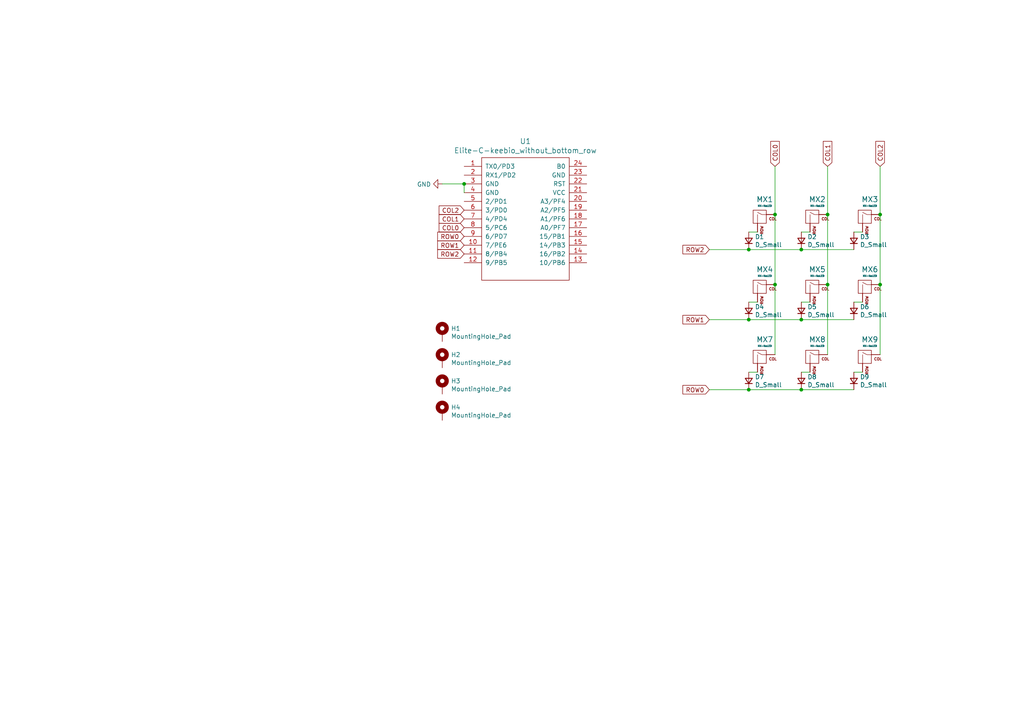
<source format=kicad_sch>
(kicad_sch (version 20210621) (generator eeschema)
  (paper "A4")
  (lib_symbols
    (symbol "Device:D_Small" (pin_numbers hide) (pin_names (offset 0.254) hide)
      (property "Reference" "D" (at -1.27 2.032 0))
      (property "Value" "Device_D_Small" (at -3.81 -2.032 0))
      (symbol "D_Small_0_1"
        (polyline (pts (xy -0.762 -1.016) (xy -0.762 1.016)) (stroke (width 0.254)))
        (polyline (pts (xy -0.762 0) (xy 0.762 0)))
        (polyline (pts (xy 0.762 -1.016) (xy -0.762 0) (xy 0.762 1.016) (xy 0.762 -1.016)) (stroke (width 0.254)))
      )
      (symbol "D_Small_1_1"
        (pin passive line (at -2.54 0 0) (length 1.778) (name "K") (number "1"))
        (pin passive line (at 2.54 0 180) (length 1.778) (name "A") (number "2"))
      )
    )
    (symbol "Mechanical:MountingHole_Pad" (pin_numbers hide) (pin_names (offset 1.016) hide)
      (property "Reference" "H" (at 0 6.35 0))
      (property "Value" "Mechanical_MountingHole_Pad" (at 0 4.445 0))
      (symbol "MountingHole_Pad_0_1"
        (circle (center 0 1.27) (radius 1.27) (stroke (width 1.27)))
      )
      (symbol "MountingHole_Pad_1_1"
        (pin input line (at 0 -2.54 90) (length 2.54) (name "1") (number "1"))
      )
    )
    (symbol "SMP-v.2-rescue:Elite-C-keebio_without_bottom_row" (pin_names (offset 1.016))
      (property "Reference" "U" (at 0 0 0))
      (property "Value" "Elite-C-keebio_without_bottom_row" (at 0 2.54 0))
      (symbol "Elite-C-keebio_without_bottom_row_0_1"
        (rectangle (start 12.7 -19.05) (end -12.7 16.51))
      )
      (symbol "Elite-C-keebio_without_bottom_row_1_1"
        (pin input line (at -17.78 13.97 0) (length 5.08) (name "TX0/PD3") (number "1"))
        (pin input line (at -17.78 -8.89 0) (length 5.08) (name "7/PE6") (number "10"))
        (pin input line (at -17.78 -11.43 0) (length 5.08) (name "8/PB4") (number "11"))
        (pin input line (at -17.78 -13.97 0) (length 5.08) (name "9/PB5") (number "12"))
        (pin input line (at 17.78 -13.97 180) (length 5.08) (name "10/PB6") (number "13"))
        (pin input line (at 17.78 -11.43 180) (length 5.08) (name "16/PB2") (number "14"))
        (pin input line (at 17.78 -8.89 180) (length 5.08) (name "14/PB3") (number "15"))
        (pin input line (at 17.78 -6.35 180) (length 5.08) (name "15/PB1") (number "16"))
        (pin input line (at 17.78 -3.81 180) (length 5.08) (name "A0/PF7") (number "17"))
        (pin input line (at 17.78 -1.27 180) (length 5.08) (name "A1/PF6") (number "18"))
        (pin input line (at 17.78 1.27 180) (length 5.08) (name "A2/PF5") (number "19"))
        (pin input line (at -17.78 11.43 0) (length 5.08) (name "RX1/PD2") (number "2"))
        (pin input line (at 17.78 3.81 180) (length 5.08) (name "A3/PF4") (number "20"))
        (pin input line (at 17.78 6.35 180) (length 5.08) (name "VCC") (number "21"))
        (pin input line (at 17.78 8.89 180) (length 5.08) (name "RST") (number "22"))
        (pin input line (at 17.78 11.43 180) (length 5.08) (name "GND") (number "23"))
        (pin input line (at 17.78 13.97 180) (length 5.08) (name "B0") (number "24"))
        (pin input line (at -17.78 8.89 0) (length 5.08) (name "GND") (number "3"))
        (pin input line (at -17.78 6.35 0) (length 5.08) (name "GND") (number "4"))
        (pin input line (at -17.78 3.81 0) (length 5.08) (name "2/PD1") (number "5"))
        (pin input line (at -17.78 1.27 0) (length 5.08) (name "3/PD0") (number "6"))
        (pin input line (at -17.78 -1.27 0) (length 5.08) (name "4/PD4") (number "7"))
        (pin input line (at -17.78 -3.81 0) (length 5.08) (name "5/PC6") (number "8"))
        (pin input line (at -17.78 -6.35 0) (length 5.08) (name "6/PD7") (number "9"))
      )
    )
    (symbol "SMP-v.2-rescue:MX-NoLED-MX_Alps_Hybrid" (pin_names (offset 1.016))
      (property "Reference" "MX" (at -0.635 3.81 0))
      (property "Value" "MX-NoLED-MX_Alps_Hybrid" (at -0.635 1.27 0))
      (symbol "MX-NoLED-MX_Alps_Hybrid_0_0"
        (text "COL" (at 3.175 0 0) (effects (font (size 0.762 0.762))))
        (text "ROW" (at 0 -1.905 900) (effects (font (size 0.762 0.762)) (justify right)))
        (rectangle (start -2.54 2.54) (end 1.27 -1.27))
        (polyline (pts (xy -1.27 -1.27) (xy -1.27 1.27)) (stroke (width 0.127)))
        (polyline (pts (xy 1.27 1.27) (xy 0 1.27) (xy -1.27 1.905)) (stroke (width 0.127)))
      )
      (symbol "MX-NoLED-MX_Alps_Hybrid_1_1"
        (pin passive line (at 3.81 1.27 180) (length 2.54) (name "COL") (number "1"))
        (pin passive line (at -1.27 -3.81 90) (length 2.54) (name "ROW") (number "2"))
      )
    )
    (symbol "power:GND" (power) (pin_names (offset 0))
      (property "Value" "power_GND" (at 0 -3.81 0))
      (symbol "GND_0_1"
        (polyline (pts (xy 0 0) (xy 0 -1.27) (xy 1.27 -1.27) (xy 0 -2.54) (xy -1.27 -1.27) (xy 0 -1.27)))
      )
      (symbol "GND_1_1"
        (pin power_in line (at 0 0 270) (length 0) hide (name "GND") (number "1"))
      )
    )
  )
  (junction (at 134.62 53.34))
  (junction (at 217.17 72.39))
  (junction (at 217.17 92.71))
  (junction (at 217.17 113.03))
  (junction (at 224.79 62.23))
  (junction (at 224.79 82.55))
  (junction (at 232.41 72.39))
  (junction (at 232.41 92.71))
  (junction (at 232.41 113.03))
  (junction (at 240.03 62.23))
  (junction (at 240.03 82.55))
  (junction (at 255.27 62.23))
  (junction (at 255.27 82.55))
  (wire (pts (xy 134.62 53.34) (xy 128.27 53.34)))
  (wire (pts (xy 134.62 55.88) (xy 134.62 53.34)))
  (wire (pts (xy 217.17 72.39) (xy 205.74 72.39)))
  (wire (pts (xy 217.17 72.39) (xy 232.41 72.39)))
  (wire (pts (xy 217.17 92.71) (xy 205.74 92.71)))
  (wire (pts (xy 217.17 92.71) (xy 232.41 92.71)))
  (wire (pts (xy 217.17 113.03) (xy 205.74 113.03)))
  (wire (pts (xy 217.17 113.03) (xy 232.41 113.03)))
  (wire (pts (xy 219.71 67.31) (xy 217.17 67.31)))
  (wire (pts (xy 219.71 87.63) (xy 217.17 87.63)))
  (wire (pts (xy 219.71 107.95) (xy 217.17 107.95)))
  (wire (pts (xy 224.79 48.26) (xy 224.79 62.23)))
  (wire (pts (xy 224.79 62.23) (xy 224.79 82.55)))
  (wire (pts (xy 224.79 82.55) (xy 224.79 102.87)))
  (wire (pts (xy 234.95 67.31) (xy 232.41 67.31)))
  (wire (pts (xy 234.95 87.63) (xy 232.41 87.63)))
  (wire (pts (xy 234.95 107.95) (xy 232.41 107.95)))
  (wire (pts (xy 240.03 48.26) (xy 240.03 62.23)))
  (wire (pts (xy 240.03 62.23) (xy 240.03 82.55)))
  (wire (pts (xy 240.03 82.55) (xy 240.03 102.87)))
  (wire (pts (xy 247.65 72.39) (xy 232.41 72.39)))
  (wire (pts (xy 247.65 92.71) (xy 232.41 92.71)))
  (wire (pts (xy 247.65 113.03) (xy 232.41 113.03)))
  (wire (pts (xy 250.19 67.31) (xy 247.65 67.31)))
  (wire (pts (xy 250.19 87.63) (xy 247.65 87.63)))
  (wire (pts (xy 250.19 107.95) (xy 247.65 107.95)))
  (wire (pts (xy 255.27 48.26) (xy 255.27 62.23)))
  (wire (pts (xy 255.27 62.23) (xy 255.27 82.55)))
  (wire (pts (xy 255.27 82.55) (xy 255.27 102.87)))
  (global_label "COL2" (shape input) (at 134.62 60.96 180) (property "Intersheet References" "${INTERSHEET_REFS}" (effects hide)))
  (global_label "COL1" (shape input) (at 134.62 63.5 180) (property "Intersheet References" "${INTERSHEET_REFS}" (effects hide)))
  (global_label "COL0" (shape input) (at 134.62 66.04 180) (property "Intersheet References" "${INTERSHEET_REFS}" (effects hide)))
  (global_label "ROW0" (shape input) (at 134.62 68.58 180) (property "Intersheet References" "${INTERSHEET_REFS}" (effects hide)))
  (global_label "ROW1" (shape input) (at 134.62 71.12 180) (property "Intersheet References" "${INTERSHEET_REFS}" (effects hide)))
  (global_label "ROW2" (shape input) (at 134.62 73.66 180) (property "Intersheet References" "${INTERSHEET_REFS}" (effects hide)))
  (global_label "ROW2" (shape input) (at 205.74 72.39 180) (property "Intersheet References" "${INTERSHEET_REFS}" (effects hide)))
  (global_label "ROW1" (shape input) (at 205.74 92.71 180) (property "Intersheet References" "${INTERSHEET_REFS}" (effects hide)))
  (global_label "ROW0" (shape input) (at 205.74 113.03 180) (property "Intersheet References" "${INTERSHEET_REFS}" (effects hide)))
  (global_label "COL0" (shape input) (at 224.79 48.26 90) (property "Intersheet References" "${INTERSHEET_REFS}" (effects hide)))
  (global_label "COL1" (shape input) (at 240.03 48.26 90) (property "Intersheet References" "${INTERSHEET_REFS}" (effects hide)))
  (global_label "COL2" (shape input) (at 255.27 48.26 90) (property "Intersheet References" "${INTERSHEET_REFS}" (effects hide)))
  (symbol (lib_id "power:GND") (at 128.27 53.34 270) (unit 1)
    (property "Reference" "#PWR01" (effects hide))
    (property "Value" "GND" (at 125.0188 53.467 90) (effects (justify right)))
  )
  (symbol (lib_id "Device:D_Small") (at 217.17 69.85 90) (unit 1)
    (property "Reference" "D1" (at 218.948 68.6816 90) (effects (justify right)))
    (property "Value" "D_Small" (at 218.948 70.993 90) (effects (justify right)))
    (property "Footprint" "8hands:D_DO-35_SOD27_P5.08mm_Horizontal" (effects hide))
  )
  (symbol (lib_id "Device:D_Small") (at 217.17 90.17 90) (unit 1)
    (property "Reference" "D4" (at 218.948 89.0016 90) (effects (justify right)))
    (property "Value" "D_Small" (at 218.948 91.313 90) (effects (justify right)))
    (property "Footprint" "8hands:D_DO-35_SOD27_P5.08mm_Horizontal" (effects hide))
  )
  (symbol (lib_id "Device:D_Small") (at 217.17 110.49 90) (unit 1)
    (property "Reference" "D7" (at 218.948 109.3216 90) (effects (justify right)))
    (property "Value" "D_Small" (at 218.948 111.633 90) (effects (justify right)))
    (property "Footprint" "8hands:D_DO-35_SOD27_P5.08mm_Horizontal" (effects hide))
  )
  (symbol (lib_id "Device:D_Small") (at 232.41 69.85 90) (unit 1)
    (property "Reference" "D2" (at 234.188 68.6816 90) (effects (justify right)))
    (property "Value" "D_Small" (at 234.188 70.993 90) (effects (justify right)))
    (property "Footprint" "8hands:D_DO-35_SOD27_P5.08mm_Horizontal" (effects hide))
  )
  (symbol (lib_id "Device:D_Small") (at 232.41 90.17 90) (unit 1)
    (property "Reference" "D5" (at 234.188 89.0016 90) (effects (justify right)))
    (property "Value" "D_Small" (at 234.188 91.313 90) (effects (justify right)))
    (property "Footprint" "8hands:D_DO-35_SOD27_P5.08mm_Horizontal" (effects hide))
  )
  (symbol (lib_id "Device:D_Small") (at 232.41 110.49 90) (unit 1)
    (property "Reference" "D8" (at 234.188 109.3216 90) (effects (justify right)))
    (property "Value" "D_Small" (at 234.188 111.633 90) (effects (justify right)))
    (property "Footprint" "8hands:D_DO-35_SOD27_P5.08mm_Horizontal" (effects hide))
  )
  (symbol (lib_id "Device:D_Small") (at 247.65 69.85 90) (unit 1)
    (property "Reference" "D3" (at 249.428 68.6816 90) (effects (justify right)))
    (property "Value" "D_Small" (at 249.428 70.993 90) (effects (justify right)))
    (property "Footprint" "8hands:D_DO-35_SOD27_P5.08mm_Horizontal" (effects hide))
  )
  (symbol (lib_id "Device:D_Small") (at 247.65 90.17 90) (unit 1)
    (property "Reference" "D6" (at 249.428 89.0016 90) (effects (justify right)))
    (property "Value" "D_Small" (at 249.428 91.313 90) (effects (justify right)))
    (property "Footprint" "8hands:D_DO-35_SOD27_P5.08mm_Horizontal" (effects hide))
  )
  (symbol (lib_id "Device:D_Small") (at 247.65 110.49 90) (unit 1)
    (property "Reference" "D9" (at 249.428 109.3216 90) (effects (justify right)))
    (property "Value" "D_Small" (at 249.428 111.633 90) (effects (justify right)))
    (property "Footprint" "8hands:D_DO-35_SOD27_P5.08mm_Horizontal" (effects hide))
  )
  (symbol (lib_id "Mechanical:MountingHole_Pad") (at 128.27 96.52 0) (unit 1)
    (property "Reference" "H1" (at 130.81 95.2754 0) (effects (justify left)))
    (property "Value" "MountingHole_Pad" (at 130.81 97.5868 0) (effects (justify left)))
    (property "Footprint" "MountingHole:MountingHole_3.2mm_M3_Pad" (effects hide))
  )
  (symbol (lib_id "Mechanical:MountingHole_Pad") (at 128.27 104.14 0) (unit 1)
    (property "Reference" "H2" (at 130.81 102.8954 0) (effects (justify left)))
    (property "Value" "MountingHole_Pad" (at 130.81 105.2068 0) (effects (justify left)))
    (property "Footprint" "MountingHole:MountingHole_3.2mm_M3_Pad" (effects hide))
  )
  (symbol (lib_id "Mechanical:MountingHole_Pad") (at 128.27 111.76 0) (unit 1)
    (property "Reference" "H3" (at 130.81 110.5154 0) (effects (justify left)))
    (property "Value" "MountingHole_Pad" (at 130.81 112.8268 0) (effects (justify left)))
    (property "Footprint" "MountingHole:MountingHole_3.2mm_M3_Pad" (effects hide))
  )
  (symbol (lib_id "Mechanical:MountingHole_Pad") (at 128.27 119.38 0) (unit 1)
    (property "Reference" "H4" (at 130.81 118.1354 0) (effects (justify left)))
    (property "Value" "MountingHole_Pad" (at 130.81 120.4468 0) (effects (justify left)))
    (property "Footprint" "MountingHole:MountingHole_3.2mm_M3_Pad" (effects hide))
  )
  (symbol (lib_id "SMP-v.2-rescue:MX-NoLED-MX_Alps_Hybrid") (at 220.98 63.5 0) (unit 1)
    (property "Reference" "MX1" (at 221.8182 57.8358 0) (effects (font (size 1.524 1.524))))
    (property "Value" "MX-NoLED" (at 221.8182 59.7154 0) (effects (font (size 0.508 0.508))))
    (property "Footprint" "MX_Only:MXOnly-1U-NoLED" (effects hide))
  )
  (symbol (lib_id "SMP-v.2-rescue:MX-NoLED-MX_Alps_Hybrid") (at 220.98 83.82 0) (unit 1)
    (property "Reference" "MX4" (at 221.8182 78.1558 0) (effects (font (size 1.524 1.524))))
    (property "Value" "MX-NoLED" (at 221.8182 80.0354 0) (effects (font (size 0.508 0.508))))
    (property "Footprint" "MX_Only:MXOnly-1U-NoLED" (effects hide))
  )
  (symbol (lib_id "SMP-v.2-rescue:MX-NoLED-MX_Alps_Hybrid") (at 220.98 104.14 0) (unit 1)
    (property "Reference" "MX7" (at 221.8182 98.4758 0) (effects (font (size 1.524 1.524))))
    (property "Value" "MX-NoLED" (at 221.8182 100.3554 0) (effects (font (size 0.508 0.508))))
    (property "Footprint" "MX_Only:MXOnly-1U-NoLED" (effects hide))
  )
  (symbol (lib_id "SMP-v.2-rescue:MX-NoLED-MX_Alps_Hybrid") (at 236.22 63.5 0) (unit 1)
    (property "Reference" "MX2" (at 237.0582 57.8358 0) (effects (font (size 1.524 1.524))))
    (property "Value" "MX-NoLED" (at 237.0582 59.7154 0) (effects (font (size 0.508 0.508))))
    (property "Footprint" "MX_Only:MXOnly-1U-NoLED" (effects hide))
  )
  (symbol (lib_id "SMP-v.2-rescue:MX-NoLED-MX_Alps_Hybrid") (at 236.22 83.82 0) (unit 1)
    (property "Reference" "MX5" (at 237.0582 78.1558 0) (effects (font (size 1.524 1.524))))
    (property "Value" "MX-NoLED" (at 237.0582 80.0354 0) (effects (font (size 0.508 0.508))))
    (property "Footprint" "MX_Only:MXOnly-1U-NoLED" (effects hide))
  )
  (symbol (lib_id "SMP-v.2-rescue:MX-NoLED-MX_Alps_Hybrid") (at 236.22 104.14 0) (unit 1)
    (property "Reference" "MX8" (at 237.0582 98.4758 0) (effects (font (size 1.524 1.524))))
    (property "Value" "MX-NoLED" (at 237.0582 100.3554 0) (effects (font (size 0.508 0.508))))
    (property "Footprint" "MX_Only:MXOnly-1U-NoLED" (effects hide))
  )
  (symbol (lib_id "SMP-v.2-rescue:MX-NoLED-MX_Alps_Hybrid") (at 251.46 63.5 0) (unit 1)
    (property "Reference" "MX3" (at 252.2982 57.8358 0) (effects (font (size 1.524 1.524))))
    (property "Value" "MX-NoLED" (at 252.2982 59.7154 0) (effects (font (size 0.508 0.508))))
    (property "Footprint" "MX_Only:MXOnly-1U-NoLED" (effects hide))
  )
  (symbol (lib_id "SMP-v.2-rescue:MX-NoLED-MX_Alps_Hybrid") (at 251.46 83.82 0) (unit 1)
    (property "Reference" "MX6" (at 252.2982 78.1558 0) (effects (font (size 1.524 1.524))))
    (property "Value" "MX-NoLED" (at 252.2982 80.0354 0) (effects (font (size 0.508 0.508))))
    (property "Footprint" "MX_Only:MXOnly-1U-NoLED" (effects hide))
  )
  (symbol (lib_id "SMP-v.2-rescue:MX-NoLED-MX_Alps_Hybrid") (at 251.46 104.14 0) (unit 1)
    (property "Reference" "MX9" (at 252.2982 98.4758 0) (effects (font (size 1.524 1.524))))
    (property "Value" "MX-NoLED" (at 252.2982 100.3554 0) (effects (font (size 0.508 0.508))))
    (property "Footprint" "MX_Only:MXOnly-1U-NoLED" (effects hide))
  )
  (symbol (lib_id "SMP-v.2-rescue:Elite-C-keebio_without_bottom_row") (at 152.4 62.23 0) (unit 1)
    (property "Reference" "U1" (at 152.4 40.9702 0) (effects (font (size 1.524 1.524))))
    (property "Value" "Elite-C-keebio_without_bottom_row" (at 152.4 43.6626 0) (effects (font (size 1.524 1.524))))
    (property "Footprint" "Keebio-Parts:Elite-C-ZigZag_no-fsilks" (effects hide))
  )
)
</source>
